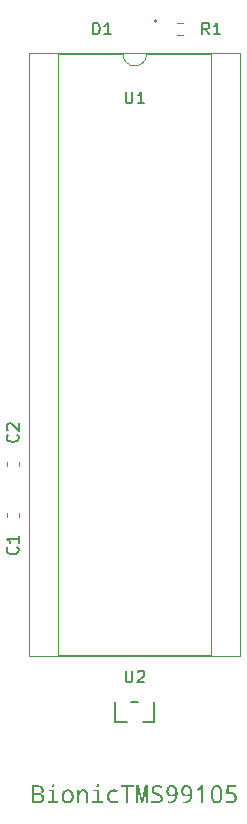
<source format=gbr>
G04 #@! TF.GenerationSoftware,KiCad,Pcbnew,8.0.4+dfsg-1*
G04 #@! TF.CreationDate,2025-03-02T15:28:41+09:00*
G04 #@! TF.ProjectId,bionic-tms99105,62696f6e-6963-42d7-946d-733939313035,3*
G04 #@! TF.SameCoordinates,Original*
G04 #@! TF.FileFunction,Legend,Top*
G04 #@! TF.FilePolarity,Positive*
%FSLAX46Y46*%
G04 Gerber Fmt 4.6, Leading zero omitted, Abs format (unit mm)*
G04 Created by KiCad (PCBNEW 8.0.4+dfsg-1) date 2025-03-02 15:28:41*
%MOMM*%
%LPD*%
G01*
G04 APERTURE LIST*
%ADD10C,0.187500*%
%ADD11C,0.150000*%
%ADD12C,0.120000*%
%ADD13C,0.152400*%
G04 APERTURE END LIST*
D10*
G36*
X105555099Y-135672063D02*
G01*
X105631905Y-135678637D01*
X105714083Y-135692311D01*
X105785366Y-135712297D01*
X105854756Y-135743590D01*
X105879955Y-135759631D01*
X105935734Y-135811219D01*
X105975576Y-135876592D01*
X105999481Y-135955750D01*
X106007325Y-136036321D01*
X106007450Y-136048692D01*
X105999543Y-136126373D01*
X105972580Y-136201904D01*
X105926483Y-136267045D01*
X105870298Y-136314622D01*
X105802950Y-136348819D01*
X105724439Y-136369634D01*
X105707397Y-136372192D01*
X105707397Y-136382450D01*
X105787597Y-136400127D01*
X105857103Y-136425315D01*
X105928948Y-136467361D01*
X105984085Y-136521142D01*
X106022514Y-136586658D01*
X106044235Y-136663909D01*
X106049581Y-136734160D01*
X106044958Y-136807481D01*
X106027875Y-136885274D01*
X105998205Y-136954722D01*
X105955947Y-137015826D01*
X105918057Y-137054362D01*
X105856099Y-137099615D01*
X105784991Y-137133753D01*
X105704731Y-137156776D01*
X105628653Y-137167664D01*
X105560119Y-137170500D01*
X105017167Y-137170500D01*
X105017167Y-137006735D01*
X105209875Y-137006735D01*
X105526047Y-137006735D01*
X105601180Y-137002355D01*
X105681009Y-136984565D01*
X105756143Y-136945152D01*
X105808736Y-136886033D01*
X105838789Y-136807207D01*
X105846616Y-136726466D01*
X105838467Y-136651635D01*
X105807177Y-136578580D01*
X105752420Y-136523788D01*
X105674196Y-136487261D01*
X105591082Y-136470772D01*
X105512858Y-136466714D01*
X105209875Y-136466714D01*
X105209875Y-137006735D01*
X105017167Y-137006735D01*
X105017167Y-136302949D01*
X105209875Y-136302949D01*
X105502233Y-136302949D01*
X105577201Y-136299446D01*
X105655582Y-136285213D01*
X105727161Y-136253683D01*
X105736706Y-136246895D01*
X105784385Y-136189259D01*
X105806822Y-136114589D01*
X105810346Y-136061515D01*
X105801038Y-135985822D01*
X105766038Y-135917465D01*
X105731577Y-135886759D01*
X105659518Y-135854387D01*
X105579633Y-135838824D01*
X105502743Y-135833844D01*
X105481717Y-135833636D01*
X105209875Y-135833636D01*
X105209875Y-136302949D01*
X105017167Y-136302949D01*
X105017167Y-135669871D01*
X105470726Y-135669871D01*
X105555099Y-135672063D01*
G37*
G36*
X106790370Y-135576082D02*
G01*
X106865002Y-135598452D01*
X106897841Y-135665561D01*
X106899547Y-135692952D01*
X106881205Y-135765080D01*
X106866940Y-135781613D01*
X106798576Y-135810301D01*
X106790370Y-135810555D01*
X106718971Y-135791146D01*
X106682787Y-135726832D01*
X106680094Y-135692952D01*
X106698294Y-135617284D01*
X106764524Y-135577908D01*
X106790370Y-135576082D01*
G37*
G36*
X106695848Y-136192307D02*
G01*
X106418510Y-136170691D01*
X106418510Y-136045028D01*
X106883060Y-136045028D01*
X106883060Y-137023221D01*
X107245761Y-137043737D01*
X107245761Y-137170500D01*
X106341207Y-137170500D01*
X106341207Y-137043737D01*
X106695848Y-137023221D01*
X106695848Y-136192307D01*
G37*
G36*
X108114803Y-136027197D02*
G01*
X108190443Y-136044044D01*
X108260364Y-136072122D01*
X108324566Y-136111432D01*
X108383050Y-136161973D01*
X108401274Y-136181316D01*
X108449956Y-136244900D01*
X108488566Y-136315852D01*
X108517103Y-136394171D01*
X108535569Y-136479857D01*
X108543263Y-136556890D01*
X108544522Y-136605566D01*
X108541070Y-136688148D01*
X108530712Y-136765077D01*
X108513449Y-136836354D01*
X108483619Y-136914424D01*
X108443846Y-136984354D01*
X108403106Y-137036410D01*
X108346914Y-137089948D01*
X108284129Y-137132409D01*
X108214748Y-137163793D01*
X108138774Y-137184101D01*
X108056204Y-137193331D01*
X108027216Y-137193947D01*
X107946454Y-137188318D01*
X107871230Y-137171433D01*
X107801545Y-137143290D01*
X107737399Y-137103890D01*
X107678790Y-137053233D01*
X107660485Y-137033846D01*
X107611679Y-136969896D01*
X107572970Y-136898400D01*
X107544359Y-136819355D01*
X107528230Y-136747719D01*
X107519114Y-136670842D01*
X107516870Y-136605566D01*
X107710677Y-136605566D01*
X107713495Y-136682890D01*
X107726017Y-136774157D01*
X107748557Y-136851904D01*
X107790819Y-136930073D01*
X107848734Y-136987115D01*
X107922302Y-137023031D01*
X108011523Y-137037819D01*
X108031246Y-137038242D01*
X108106121Y-137031481D01*
X108185677Y-137004017D01*
X108249633Y-136955425D01*
X108297990Y-136885707D01*
X108325445Y-136814721D01*
X108342916Y-136730214D01*
X108350403Y-136632186D01*
X108350715Y-136605566D01*
X108347888Y-136529028D01*
X108335323Y-136438687D01*
X108312706Y-136361731D01*
X108270298Y-136284356D01*
X108212185Y-136227893D01*
X108138364Y-136192343D01*
X108048838Y-136177704D01*
X108029048Y-136177286D01*
X107954429Y-136183978D01*
X107875148Y-136211164D01*
X107811411Y-136259261D01*
X107763221Y-136328271D01*
X107735861Y-136398536D01*
X107718450Y-136482184D01*
X107710988Y-136579217D01*
X107710677Y-136605566D01*
X107516870Y-136605566D01*
X107520278Y-136523749D01*
X107530502Y-136447514D01*
X107551767Y-136363399D01*
X107582846Y-136287321D01*
X107623740Y-136219280D01*
X107656455Y-136178385D01*
X107712238Y-136125096D01*
X107774900Y-136082833D01*
X107844439Y-136051594D01*
X107920856Y-136031381D01*
X108004151Y-136022194D01*
X108033444Y-136021581D01*
X108114803Y-136027197D01*
G37*
G36*
X109572907Y-137170500D02*
G01*
X109572907Y-136444366D01*
X109566923Y-136367424D01*
X109543945Y-136292308D01*
X109495356Y-136228407D01*
X109423311Y-136190066D01*
X109342888Y-136177547D01*
X109327809Y-136177286D01*
X109253620Y-136183674D01*
X109174795Y-136209628D01*
X109111425Y-136255545D01*
X109063511Y-136321426D01*
X109031054Y-136407271D01*
X109016216Y-136490321D01*
X109011270Y-136586148D01*
X109011270Y-137170500D01*
X108823692Y-137170500D01*
X108823692Y-136045028D01*
X108975000Y-136045028D01*
X109002844Y-136194871D01*
X109013102Y-136194871D01*
X109057658Y-136135980D01*
X109121557Y-136082673D01*
X109198288Y-136045950D01*
X109274271Y-136027673D01*
X109359683Y-136021581D01*
X109453621Y-136028021D01*
X109535034Y-136047341D01*
X109603922Y-136079541D01*
X109672418Y-136137904D01*
X109713125Y-136199084D01*
X109741306Y-136273144D01*
X109756962Y-136360083D01*
X109760485Y-136433741D01*
X109760485Y-137170500D01*
X109572907Y-137170500D01*
G37*
G36*
X110571249Y-135576082D02*
G01*
X110645882Y-135598452D01*
X110678720Y-135665561D01*
X110680426Y-135692952D01*
X110662085Y-135765080D01*
X110647819Y-135781613D01*
X110579455Y-135810301D01*
X110571249Y-135810555D01*
X110499850Y-135791146D01*
X110463666Y-135726832D01*
X110460974Y-135692952D01*
X110479173Y-135617284D01*
X110545403Y-135577908D01*
X110571249Y-135576082D01*
G37*
G36*
X110476727Y-136192307D02*
G01*
X110199390Y-136170691D01*
X110199390Y-136045028D01*
X110663939Y-136045028D01*
X110663939Y-137023221D01*
X111026640Y-137043737D01*
X111026640Y-137170500D01*
X110122087Y-137170500D01*
X110122087Y-137043737D01*
X110476727Y-137023221D01*
X110476727Y-136192307D01*
G37*
G36*
X112272645Y-136082398D02*
G01*
X112208898Y-136245063D01*
X112133655Y-136218937D01*
X112062535Y-136200275D01*
X111987451Y-136188204D01*
X111932659Y-136185346D01*
X111843100Y-136192004D01*
X111765482Y-136211976D01*
X111699806Y-136245264D01*
X111634502Y-136305598D01*
X111595694Y-136368844D01*
X111568826Y-136445406D01*
X111553899Y-136535282D01*
X111550541Y-136611428D01*
X111553809Y-136686264D01*
X111568335Y-136774595D01*
X111594481Y-136849840D01*
X111643506Y-136925493D01*
X111710688Y-136980700D01*
X111796026Y-137015460D01*
X111877371Y-137028546D01*
X111922401Y-137030182D01*
X112003802Y-137026198D01*
X112086074Y-137014245D01*
X112158775Y-136997250D01*
X112232143Y-136974154D01*
X112253228Y-136966435D01*
X112253228Y-137131299D01*
X112180252Y-137158707D01*
X112099446Y-137178285D01*
X112022317Y-137188991D01*
X111939192Y-137193702D01*
X111914341Y-137193947D01*
X111834454Y-137190289D01*
X111760346Y-137179314D01*
X111679043Y-137156486D01*
X111606061Y-137123123D01*
X111541399Y-137079223D01*
X111502914Y-137044104D01*
X111453235Y-136983327D01*
X111413836Y-136913380D01*
X111384714Y-136834263D01*
X111368297Y-136761326D01*
X111359018Y-136682021D01*
X111356734Y-136613992D01*
X111360384Y-136526918D01*
X111371332Y-136446588D01*
X111389578Y-136373002D01*
X111421108Y-136293601D01*
X111463149Y-136223912D01*
X111506211Y-136173256D01*
X111566528Y-136121710D01*
X111635371Y-136080829D01*
X111712742Y-136050613D01*
X111798638Y-136031061D01*
X111876732Y-136022914D01*
X111926431Y-136021581D01*
X112005734Y-136024491D01*
X112083039Y-136033222D01*
X112158345Y-136047773D01*
X112231652Y-136068144D01*
X112272645Y-136082398D01*
G37*
G36*
X113168039Y-137170500D02*
G01*
X112975698Y-137170500D01*
X112975698Y-135838765D01*
X112544854Y-135838765D01*
X112544854Y-135669871D01*
X113597785Y-135669871D01*
X113597785Y-135838765D01*
X113168039Y-135838765D01*
X113168039Y-137170500D01*
G37*
G36*
X114248081Y-137170500D02*
G01*
X113961951Y-135857450D01*
X113953524Y-135851588D01*
X113958907Y-135934059D01*
X113963377Y-136010198D01*
X113967538Y-136093205D01*
X113970384Y-136167094D01*
X113972045Y-136241771D01*
X113972209Y-136269976D01*
X113972209Y-137170500D01*
X113816504Y-137170500D01*
X113816504Y-135669871D01*
X114071127Y-135669871D01*
X114326483Y-136892429D01*
X114332711Y-136892429D01*
X114590265Y-135669871D01*
X114850018Y-135669871D01*
X114850018Y-137170500D01*
X114692115Y-137170500D01*
X114692115Y-136256787D01*
X114693274Y-136182399D01*
X114695778Y-136103464D01*
X114699041Y-136021126D01*
X114702547Y-135942161D01*
X114706769Y-135853786D01*
X114698709Y-135853786D01*
X114407083Y-137170500D01*
X114248081Y-137170500D01*
G37*
G36*
X115105740Y-137123605D02*
G01*
X115105740Y-136941888D01*
X115186927Y-136971894D01*
X115267547Y-136995692D01*
X115347600Y-137013282D01*
X115427087Y-137024664D01*
X115506007Y-137029837D01*
X115532188Y-137030182D01*
X115616681Y-137026289D01*
X115689908Y-137014612D01*
X115765599Y-136989066D01*
X115833193Y-136942355D01*
X115875440Y-136878127D01*
X115892338Y-136796381D01*
X115892690Y-136781054D01*
X115882489Y-136707776D01*
X115844802Y-136639865D01*
X115820150Y-136616557D01*
X115752659Y-136574250D01*
X115681442Y-136540326D01*
X115603836Y-136508465D01*
X115525960Y-136479536D01*
X115449839Y-136450217D01*
X115382219Y-136418863D01*
X115314073Y-136379711D01*
X115250360Y-136331574D01*
X115218214Y-136299652D01*
X115173230Y-136235992D01*
X115142969Y-136162480D01*
X115128429Y-136088863D01*
X115125157Y-136028542D01*
X115131486Y-135953880D01*
X115154218Y-135877653D01*
X115193482Y-135811135D01*
X115249278Y-135754326D01*
X115257415Y-135747907D01*
X115320136Y-135708364D01*
X115392254Y-135678534D01*
X115473768Y-135658416D01*
X115551117Y-135648902D01*
X115620848Y-135646424D01*
X115707805Y-135649245D01*
X115791723Y-135657707D01*
X115872600Y-135671811D01*
X115950438Y-135691556D01*
X116025237Y-135716942D01*
X116049494Y-135726658D01*
X115983549Y-135895918D01*
X115909888Y-135868527D01*
X115838108Y-135846802D01*
X115756741Y-135828620D01*
X115677934Y-135818152D01*
X115612422Y-135815318D01*
X115525453Y-135820568D01*
X115453225Y-135836320D01*
X115386009Y-135869082D01*
X115334417Y-135926416D01*
X115311717Y-136004332D01*
X115310537Y-136030374D01*
X115320017Y-136103412D01*
X115355039Y-136173907D01*
X115377949Y-136199268D01*
X115441307Y-136244220D01*
X115508758Y-136278326D01*
X115582541Y-136309146D01*
X115656752Y-136336288D01*
X115731864Y-136364710D01*
X115811136Y-136399194D01*
X115878558Y-136434090D01*
X115942241Y-136475323D01*
X115995272Y-136523134D01*
X116040095Y-136588722D01*
X116068316Y-136665043D01*
X116079522Y-136742909D01*
X116080269Y-136770796D01*
X116073432Y-136853140D01*
X116052920Y-136927384D01*
X116018735Y-136993529D01*
X115970875Y-137051574D01*
X115937387Y-137081107D01*
X115869286Y-137125075D01*
X115801760Y-137154166D01*
X115725786Y-137175324D01*
X115641362Y-137188547D01*
X115564554Y-137193506D01*
X115532188Y-137193947D01*
X115449810Y-137192229D01*
X115373263Y-137187077D01*
X115289105Y-137176361D01*
X115213345Y-137160699D01*
X115135572Y-137136176D01*
X115105740Y-137123605D01*
G37*
G36*
X116918406Y-135652619D02*
G01*
X116993380Y-135671205D01*
X117061734Y-135702182D01*
X117123468Y-135745549D01*
X117178582Y-135801306D01*
X117195482Y-135822645D01*
X117240553Y-135893382D01*
X117276299Y-135973702D01*
X117298965Y-136047955D01*
X117315154Y-136128863D01*
X117324868Y-136216425D01*
X117327976Y-136291267D01*
X117328106Y-136310643D01*
X117325535Y-136417605D01*
X117317824Y-136517667D01*
X117304973Y-136610828D01*
X117286981Y-136697088D01*
X117263849Y-136776448D01*
X117235576Y-136848906D01*
X117202162Y-136914464D01*
X117142403Y-136999861D01*
X117071078Y-137069732D01*
X116988187Y-137124076D01*
X116893729Y-137162893D01*
X116787705Y-137186183D01*
X116710597Y-137193084D01*
X116670115Y-137193947D01*
X116594347Y-137191319D01*
X116520015Y-137181612D01*
X116492795Y-137175262D01*
X116492795Y-137014795D01*
X116564692Y-137037673D01*
X116638854Y-137046170D01*
X116663887Y-137046668D01*
X116746272Y-137041491D01*
X116820594Y-137025957D01*
X116897112Y-136994747D01*
X116962656Y-136949442D01*
X117010101Y-136899390D01*
X117055845Y-136826716D01*
X117086989Y-136751308D01*
X117107255Y-136679219D01*
X117122352Y-136598723D01*
X117132278Y-136509819D01*
X117136497Y-136432642D01*
X117124041Y-136432642D01*
X117075049Y-136500878D01*
X117014626Y-136552354D01*
X116942774Y-136587071D01*
X116859491Y-136605028D01*
X116806769Y-136607764D01*
X116723516Y-136601961D01*
X116648468Y-136584553D01*
X116572745Y-136550447D01*
X116507739Y-136501182D01*
X116493161Y-136486497D01*
X116443313Y-136420094D01*
X116411379Y-136352524D01*
X116390349Y-136276118D01*
X116380223Y-136190877D01*
X116379241Y-136152373D01*
X116560572Y-136152373D01*
X116566137Y-136230416D01*
X116585371Y-136304419D01*
X116622396Y-136370367D01*
X116630914Y-136380618D01*
X116692446Y-136429287D01*
X116763786Y-136454168D01*
X116832781Y-136460486D01*
X116910412Y-136452328D01*
X116979813Y-136427856D01*
X117040986Y-136387070D01*
X117052233Y-136376954D01*
X117102711Y-136316973D01*
X117133880Y-136245712D01*
X117140893Y-136188277D01*
X117135741Y-136113378D01*
X117117629Y-136035303D01*
X117086475Y-135963777D01*
X117058461Y-135919732D01*
X117007775Y-135864831D01*
X116941329Y-135824903D01*
X116864221Y-135807157D01*
X116839009Y-135806159D01*
X116762302Y-135814853D01*
X116691147Y-135844499D01*
X116633845Y-135895185D01*
X116595205Y-135958555D01*
X116572665Y-136028803D01*
X116562361Y-136101755D01*
X116560572Y-136152373D01*
X116379241Y-136152373D01*
X116379222Y-136151640D01*
X116383588Y-136067315D01*
X116396687Y-135989919D01*
X116418519Y-135919453D01*
X116455026Y-135846000D01*
X116503420Y-135781979D01*
X116561823Y-135729160D01*
X116628361Y-135689315D01*
X116703034Y-135662442D01*
X116785841Y-135648542D01*
X116836811Y-135646424D01*
X116918406Y-135652619D01*
G37*
G36*
X118178699Y-135652619D02*
G01*
X118253673Y-135671205D01*
X118322027Y-135702182D01*
X118383761Y-135745549D01*
X118438875Y-135801306D01*
X118455775Y-135822645D01*
X118500846Y-135893382D01*
X118536592Y-135973702D01*
X118559258Y-136047955D01*
X118575447Y-136128863D01*
X118585161Y-136216425D01*
X118588269Y-136291267D01*
X118588399Y-136310643D01*
X118585828Y-136417605D01*
X118578118Y-136517667D01*
X118565266Y-136610828D01*
X118547274Y-136697088D01*
X118524142Y-136776448D01*
X118495869Y-136848906D01*
X118462455Y-136914464D01*
X118402696Y-136999861D01*
X118331371Y-137069732D01*
X118248480Y-137124076D01*
X118154022Y-137162893D01*
X118047998Y-137186183D01*
X117970890Y-137193084D01*
X117930408Y-137193947D01*
X117854640Y-137191319D01*
X117780308Y-137181612D01*
X117753088Y-137175262D01*
X117753088Y-137014795D01*
X117824985Y-137037673D01*
X117899147Y-137046170D01*
X117924180Y-137046668D01*
X118006565Y-137041491D01*
X118080887Y-137025957D01*
X118157405Y-136994747D01*
X118222949Y-136949442D01*
X118270394Y-136899390D01*
X118316138Y-136826716D01*
X118347282Y-136751308D01*
X118367548Y-136679219D01*
X118382645Y-136598723D01*
X118392571Y-136509819D01*
X118396790Y-136432642D01*
X118384334Y-136432642D01*
X118335342Y-136500878D01*
X118274920Y-136552354D01*
X118203067Y-136587071D01*
X118119784Y-136605028D01*
X118067062Y-136607764D01*
X117983810Y-136601961D01*
X117908761Y-136584553D01*
X117833038Y-136550447D01*
X117768032Y-136501182D01*
X117753454Y-136486497D01*
X117703606Y-136420094D01*
X117671672Y-136352524D01*
X117650642Y-136276118D01*
X117640517Y-136190877D01*
X117639534Y-136152373D01*
X117820865Y-136152373D01*
X117826430Y-136230416D01*
X117845664Y-136304419D01*
X117882689Y-136370367D01*
X117891207Y-136380618D01*
X117952739Y-136429287D01*
X118024079Y-136454168D01*
X118093074Y-136460486D01*
X118170705Y-136452328D01*
X118240106Y-136427856D01*
X118301279Y-136387070D01*
X118312526Y-136376954D01*
X118363004Y-136316973D01*
X118394173Y-136245712D01*
X118401186Y-136188277D01*
X118396034Y-136113378D01*
X118377922Y-136035303D01*
X118346768Y-135963777D01*
X118318755Y-135919732D01*
X118268069Y-135864831D01*
X118201622Y-135824903D01*
X118124514Y-135807157D01*
X118099302Y-135806159D01*
X118022595Y-135814853D01*
X117951440Y-135844499D01*
X117894138Y-135895185D01*
X117855498Y-135958555D01*
X117832958Y-136028803D01*
X117822654Y-136101755D01*
X117820865Y-136152373D01*
X117639534Y-136152373D01*
X117639515Y-136151640D01*
X117643881Y-136067315D01*
X117656980Y-135989919D01*
X117678812Y-135919453D01*
X117715319Y-135846000D01*
X117763713Y-135781979D01*
X117822116Y-135729160D01*
X117888654Y-135689315D01*
X117963327Y-135662442D01*
X118046134Y-135648542D01*
X118097104Y-135646424D01*
X118178699Y-135652619D01*
G37*
G36*
X119522261Y-137170500D02*
G01*
X119340911Y-137170500D01*
X119340911Y-136237370D01*
X119341548Y-136157826D01*
X119342926Y-136082856D01*
X119344720Y-136009470D01*
X119347082Y-135927660D01*
X119348971Y-135868441D01*
X119293927Y-135924671D01*
X119234811Y-135978415D01*
X119224407Y-135987509D01*
X119073099Y-136115370D01*
X118973081Y-135985677D01*
X119367655Y-135669871D01*
X119522261Y-135669871D01*
X119522261Y-137170500D01*
G37*
G36*
X120717446Y-135653418D02*
G01*
X120794696Y-135674399D01*
X120863728Y-135709369D01*
X120924543Y-135758326D01*
X120977141Y-135821270D01*
X120992847Y-135845360D01*
X121028099Y-135911839D01*
X121057376Y-135986940D01*
X121080678Y-136070663D01*
X121095018Y-136143850D01*
X121105534Y-136222556D01*
X121112226Y-136306779D01*
X121115093Y-136396521D01*
X121115213Y-136419819D01*
X121113325Y-136513561D01*
X121107662Y-136601255D01*
X121098224Y-136682902D01*
X121085011Y-136758500D01*
X121058112Y-136860558D01*
X121022719Y-136949008D01*
X120978831Y-137023850D01*
X120926450Y-137085085D01*
X120865573Y-137132712D01*
X120796203Y-137166731D01*
X120718338Y-137187143D01*
X120631979Y-137193947D01*
X120547520Y-137186953D01*
X120471099Y-137165971D01*
X120402715Y-137131002D01*
X120342368Y-137082045D01*
X120290058Y-137019101D01*
X120274407Y-136995011D01*
X120239366Y-136928514D01*
X120210265Y-136853360D01*
X120187102Y-136769547D01*
X120172848Y-136696262D01*
X120162395Y-136617437D01*
X120155744Y-136533070D01*
X120152893Y-136443162D01*
X120152774Y-136419819D01*
X120152789Y-136419086D01*
X120343650Y-136419086D01*
X120344737Y-136498015D01*
X120348000Y-136571219D01*
X120355138Y-136654674D01*
X120365675Y-136729185D01*
X120382805Y-136806791D01*
X120408976Y-136881053D01*
X120413259Y-136890231D01*
X120453032Y-136953223D01*
X120509656Y-137002576D01*
X120578857Y-137029150D01*
X120631979Y-137034212D01*
X120710920Y-137022794D01*
X120777110Y-136988540D01*
X120830549Y-136931449D01*
X120854728Y-136889864D01*
X120882422Y-136817874D01*
X120900746Y-136742355D01*
X120912199Y-136669681D01*
X120920181Y-136588152D01*
X120924692Y-136497769D01*
X120925803Y-136419086D01*
X120924692Y-136340925D01*
X120920181Y-136251112D01*
X120912199Y-136170065D01*
X120898039Y-136084378D01*
X120878882Y-136011314D01*
X120854728Y-135950873D01*
X120814153Y-135887561D01*
X120756464Y-135837956D01*
X120686023Y-135811247D01*
X120631979Y-135806159D01*
X120554393Y-135817519D01*
X120489384Y-135851600D01*
X120436953Y-135908400D01*
X120413259Y-135949774D01*
X120386136Y-136021193D01*
X120368190Y-136096335D01*
X120356973Y-136168772D01*
X120349156Y-136250136D01*
X120344737Y-136340427D01*
X120343650Y-136419086D01*
X120152789Y-136419086D01*
X120154646Y-136326166D01*
X120160262Y-136238555D01*
X120169621Y-136156986D01*
X120182724Y-136081459D01*
X120209399Y-135979498D01*
X120244497Y-135891131D01*
X120288018Y-135816360D01*
X120339963Y-135755183D01*
X120400332Y-135707601D01*
X120469124Y-135673614D01*
X120546339Y-135653222D01*
X120631979Y-135646424D01*
X120717446Y-135653418D01*
G37*
G36*
X121439079Y-137112614D02*
G01*
X121439079Y-136935294D01*
X121507535Y-136973837D01*
X121583074Y-137002914D01*
X121665696Y-137022523D01*
X121742152Y-137031797D01*
X121809840Y-137034212D01*
X121890984Y-137029220D01*
X121977199Y-137008941D01*
X122046510Y-136973064D01*
X122098915Y-136921586D01*
X122134415Y-136854510D01*
X122153011Y-136771835D01*
X122156054Y-136714742D01*
X122147405Y-136628618D01*
X122121457Y-136557091D01*
X122067485Y-136490527D01*
X122003481Y-136451115D01*
X121922178Y-136426299D01*
X121844680Y-136416957D01*
X121801780Y-136415789D01*
X121725187Y-136419396D01*
X121649710Y-136427911D01*
X121572726Y-136439857D01*
X121563643Y-136441435D01*
X121470953Y-136382450D01*
X121527739Y-135669871D01*
X122238486Y-135669871D01*
X122238486Y-135840964D01*
X121690405Y-135840964D01*
X121650105Y-136276571D01*
X121725313Y-136264890D01*
X121799310Y-136258058D01*
X121865527Y-136256054D01*
X121943799Y-136260176D01*
X122016223Y-136272541D01*
X122093327Y-136297385D01*
X122162472Y-136333449D01*
X122215405Y-136373291D01*
X122267367Y-136428576D01*
X122306567Y-136492172D01*
X122333004Y-136564077D01*
X122346678Y-136644292D01*
X122348761Y-136693860D01*
X122343764Y-136779748D01*
X122328772Y-136857985D01*
X122303785Y-136928572D01*
X122262000Y-137001253D01*
X122206612Y-137063521D01*
X122138847Y-137114341D01*
X122071888Y-137147967D01*
X121996738Y-137172421D01*
X121913396Y-137187706D01*
X121837686Y-137193437D01*
X121805810Y-137193947D01*
X121722592Y-137191087D01*
X121646046Y-137182509D01*
X121565175Y-137165274D01*
X121493385Y-137140254D01*
X121439079Y-137112614D01*
G37*
D11*
X120010333Y-72105819D02*
X119677000Y-71629628D01*
X119438905Y-72105819D02*
X119438905Y-71105819D01*
X119438905Y-71105819D02*
X119819857Y-71105819D01*
X119819857Y-71105819D02*
X119915095Y-71153438D01*
X119915095Y-71153438D02*
X119962714Y-71201057D01*
X119962714Y-71201057D02*
X120010333Y-71296295D01*
X120010333Y-71296295D02*
X120010333Y-71439152D01*
X120010333Y-71439152D02*
X119962714Y-71534390D01*
X119962714Y-71534390D02*
X119915095Y-71582009D01*
X119915095Y-71582009D02*
X119819857Y-71629628D01*
X119819857Y-71629628D02*
X119438905Y-71629628D01*
X120962714Y-72105819D02*
X120391286Y-72105819D01*
X120677000Y-72105819D02*
X120677000Y-71105819D01*
X120677000Y-71105819D02*
X120581762Y-71248676D01*
X120581762Y-71248676D02*
X120486524Y-71343914D01*
X120486524Y-71343914D02*
X120391286Y-71391533D01*
X103772580Y-115505666D02*
X103820200Y-115553285D01*
X103820200Y-115553285D02*
X103867819Y-115696142D01*
X103867819Y-115696142D02*
X103867819Y-115791380D01*
X103867819Y-115791380D02*
X103820200Y-115934237D01*
X103820200Y-115934237D02*
X103724961Y-116029475D01*
X103724961Y-116029475D02*
X103629723Y-116077094D01*
X103629723Y-116077094D02*
X103439247Y-116124713D01*
X103439247Y-116124713D02*
X103296390Y-116124713D01*
X103296390Y-116124713D02*
X103105914Y-116077094D01*
X103105914Y-116077094D02*
X103010676Y-116029475D01*
X103010676Y-116029475D02*
X102915438Y-115934237D01*
X102915438Y-115934237D02*
X102867819Y-115791380D01*
X102867819Y-115791380D02*
X102867819Y-115696142D01*
X102867819Y-115696142D02*
X102915438Y-115553285D01*
X102915438Y-115553285D02*
X102963057Y-115505666D01*
X103867819Y-114553285D02*
X103867819Y-115124713D01*
X103867819Y-114838999D02*
X102867819Y-114838999D01*
X102867819Y-114838999D02*
X103010676Y-114934237D01*
X103010676Y-114934237D02*
X103105914Y-115029475D01*
X103105914Y-115029475D02*
X103153533Y-115124713D01*
X110167905Y-72105819D02*
X110167905Y-71105819D01*
X110167905Y-71105819D02*
X110406000Y-71105819D01*
X110406000Y-71105819D02*
X110548857Y-71153438D01*
X110548857Y-71153438D02*
X110644095Y-71248676D01*
X110644095Y-71248676D02*
X110691714Y-71343914D01*
X110691714Y-71343914D02*
X110739333Y-71534390D01*
X110739333Y-71534390D02*
X110739333Y-71677247D01*
X110739333Y-71677247D02*
X110691714Y-71867723D01*
X110691714Y-71867723D02*
X110644095Y-71962961D01*
X110644095Y-71962961D02*
X110548857Y-72058200D01*
X110548857Y-72058200D02*
X110406000Y-72105819D01*
X110406000Y-72105819D02*
X110167905Y-72105819D01*
X111691714Y-72105819D02*
X111120286Y-72105819D01*
X111406000Y-72105819D02*
X111406000Y-71105819D01*
X111406000Y-71105819D02*
X111310762Y-71248676D01*
X111310762Y-71248676D02*
X111215524Y-71343914D01*
X111215524Y-71343914D02*
X111120286Y-71391533D01*
X112938095Y-76947819D02*
X112938095Y-77757342D01*
X112938095Y-77757342D02*
X112985714Y-77852580D01*
X112985714Y-77852580D02*
X113033333Y-77900200D01*
X113033333Y-77900200D02*
X113128571Y-77947819D01*
X113128571Y-77947819D02*
X113319047Y-77947819D01*
X113319047Y-77947819D02*
X113414285Y-77900200D01*
X113414285Y-77900200D02*
X113461904Y-77852580D01*
X113461904Y-77852580D02*
X113509523Y-77757342D01*
X113509523Y-77757342D02*
X113509523Y-76947819D01*
X114509523Y-77947819D02*
X113938095Y-77947819D01*
X114223809Y-77947819D02*
X114223809Y-76947819D01*
X114223809Y-76947819D02*
X114128571Y-77090676D01*
X114128571Y-77090676D02*
X114033333Y-77185914D01*
X114033333Y-77185914D02*
X113938095Y-77233533D01*
X103772580Y-105980666D02*
X103820200Y-106028285D01*
X103820200Y-106028285D02*
X103867819Y-106171142D01*
X103867819Y-106171142D02*
X103867819Y-106266380D01*
X103867819Y-106266380D02*
X103820200Y-106409237D01*
X103820200Y-106409237D02*
X103724961Y-106504475D01*
X103724961Y-106504475D02*
X103629723Y-106552094D01*
X103629723Y-106552094D02*
X103439247Y-106599713D01*
X103439247Y-106599713D02*
X103296390Y-106599713D01*
X103296390Y-106599713D02*
X103105914Y-106552094D01*
X103105914Y-106552094D02*
X103010676Y-106504475D01*
X103010676Y-106504475D02*
X102915438Y-106409237D01*
X102915438Y-106409237D02*
X102867819Y-106266380D01*
X102867819Y-106266380D02*
X102867819Y-106171142D01*
X102867819Y-106171142D02*
X102915438Y-106028285D01*
X102915438Y-106028285D02*
X102963057Y-105980666D01*
X102963057Y-105599713D02*
X102915438Y-105552094D01*
X102915438Y-105552094D02*
X102867819Y-105456856D01*
X102867819Y-105456856D02*
X102867819Y-105218761D01*
X102867819Y-105218761D02*
X102915438Y-105123523D01*
X102915438Y-105123523D02*
X102963057Y-105075904D01*
X102963057Y-105075904D02*
X103058295Y-105028285D01*
X103058295Y-105028285D02*
X103153533Y-105028285D01*
X103153533Y-105028285D02*
X103296390Y-105075904D01*
X103296390Y-105075904D02*
X103867819Y-105647332D01*
X103867819Y-105647332D02*
X103867819Y-105028285D01*
X112938095Y-125969819D02*
X112938095Y-126779342D01*
X112938095Y-126779342D02*
X112985714Y-126874580D01*
X112985714Y-126874580D02*
X113033333Y-126922200D01*
X113033333Y-126922200D02*
X113128571Y-126969819D01*
X113128571Y-126969819D02*
X113319047Y-126969819D01*
X113319047Y-126969819D02*
X113414285Y-126922200D01*
X113414285Y-126922200D02*
X113461904Y-126874580D01*
X113461904Y-126874580D02*
X113509523Y-126779342D01*
X113509523Y-126779342D02*
X113509523Y-125969819D01*
X113938095Y-126065057D02*
X113985714Y-126017438D01*
X113985714Y-126017438D02*
X114080952Y-125969819D01*
X114080952Y-125969819D02*
X114319047Y-125969819D01*
X114319047Y-125969819D02*
X114414285Y-126017438D01*
X114414285Y-126017438D02*
X114461904Y-126065057D01*
X114461904Y-126065057D02*
X114509523Y-126160295D01*
X114509523Y-126160295D02*
X114509523Y-126255533D01*
X114509523Y-126255533D02*
X114461904Y-126398390D01*
X114461904Y-126398390D02*
X113890476Y-126969819D01*
X113890476Y-126969819D02*
X114509523Y-126969819D01*
D12*
X117255276Y-71128500D02*
X117764724Y-71128500D01*
X117255276Y-72173500D02*
X117764724Y-72173500D01*
X102903000Y-112626233D02*
X102903000Y-112918767D01*
X103923000Y-112626233D02*
X103923000Y-112918767D01*
D13*
X115554200Y-70965200D02*
G75*
G02*
X115401800Y-70965200I-76200J0D01*
G01*
X115401800Y-70965200D02*
G75*
G02*
X115554200Y-70965200I76200J0D01*
G01*
D12*
X104750000Y-73690000D02*
X104750000Y-124730000D01*
X104750000Y-124730000D02*
X122650000Y-124730000D01*
X107240000Y-73750000D02*
X107240000Y-124670000D01*
X107240000Y-124670000D02*
X120160000Y-124670000D01*
X112700000Y-73750000D02*
X107240000Y-73750000D01*
X120160000Y-73750000D02*
X114700000Y-73750000D01*
X120160000Y-124670000D02*
X120160000Y-73750000D01*
X122650000Y-73690000D02*
X104750000Y-73690000D01*
X122650000Y-124730000D02*
X122650000Y-73690000D01*
X114700000Y-73750000D02*
G75*
G02*
X112700000Y-73750000I-1000000J0D01*
G01*
X102903000Y-108627267D02*
X102903000Y-108334733D01*
X103923000Y-108627267D02*
X103923000Y-108334733D01*
D13*
X112048000Y-128659000D02*
X112048000Y-130313000D01*
X112048000Y-130313000D02*
X113037060Y-130313000D01*
X113987061Y-128659000D02*
X113412939Y-128659000D01*
X114362940Y-130313000D02*
X115352000Y-130313000D01*
X115352000Y-130313000D02*
X115352000Y-128659000D01*
M02*

</source>
